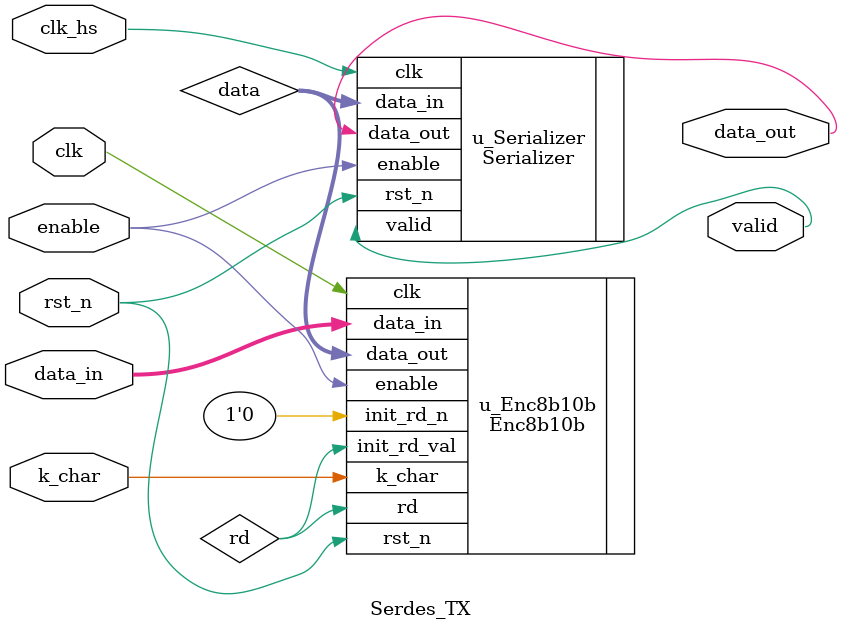
<source format=sv>


`timescale 1ns/1ns

module Serdes_TX(
    //********时钟与复位*********//
    input           clk,        //时钟100MHz
    input           clk_hs,        //时钟	
    input           rst_n,      //异步复位
    //*******控制/数据信号*******//
    input           enable,     //使能
    input           k_char,     //控制为1，数据为0
     //********数据输入输出*******//
    input  [7:0]    data_in,    //8bit并行数据输入
    output          data_out,   //1bit串行数据输出
    //**********指示信号*********//
    output          valid       //转换完成
);



    //===================================================================
    //8B/10B编码器

    wire        rd;
    wire [9:0]  data;

    Enc8b10b u_Enc8b10b(
        //********时钟与复位*********//
    	.clk(clk),             //时钟
        .rst_n(rst_n),         //复位
        //*******控制/数据信号*******//
        .enable,                    //使能
        .k_char,                    //控制为1，数据为0
        //***运行不一致性（RD）信号***//
        .init_rd_n(1'b0),           //RD初始化，通常为0
        .init_rd_val(rd),           //RD输入，连接上次转码的RD输出
        .rd,                        //RD输出，连接下次转码的RD输入
        //********数据输入输出*******//
        .data_in,                   //8bit数据输入
        .data_out(data)             //10bit数据输出
    );


    //===================================================================
    //串行器

    Serializer u_Serializer(
        //********时钟与复位*********//
        .clk(clk_hs),              //串行时钟
        .rst_n(rst_n),         //异步复位
        //**********使能信号*********//
        .enable,                    //使能
        //*******数据输出入/输出******//
        .data_in(data),             //10位并行数据输入
        .data_out,                  //1位串行数据输出
        //**********指示信号*********//
        .valid                      //转换完成
    );
   

endmodule
</source>
